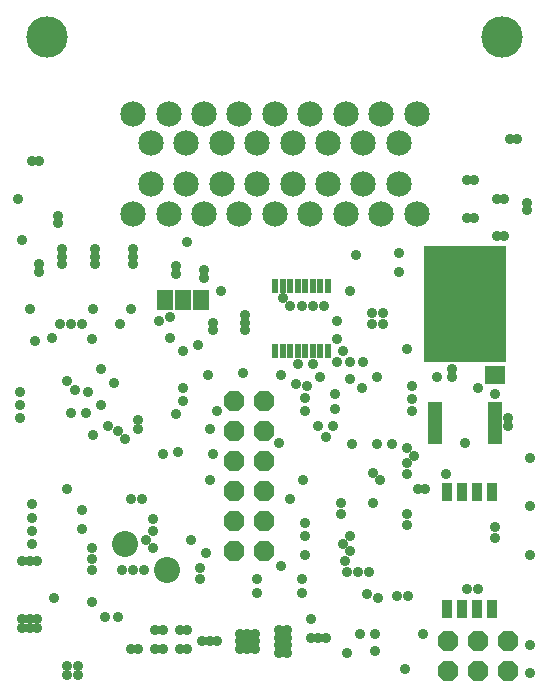
<source format=gbs>
G04 EAGLE Gerber RS-274X export*
G75*
%MOMM*%
%FSLAX34Y34*%
%LPD*%
%INSoldermask Bottom*%
%IPPOS*%
%AMOC8*
5,1,8,0,0,1.08239X$1,22.5*%
G01*
%ADD10R,1.203200X3.603200*%
%ADD11R,7.003200X9.803200*%
%ADD12R,1.703200X1.503200*%
%ADD13C,2.153200*%
%ADD14C,3.503200*%
%ADD15R,0.889000X1.549400*%
%ADD16R,1.371600X1.803400*%
%ADD17P,1.869504X8X22.500000*%
%ADD18R,0.603200X1.203200*%
%ADD19P,1.869504X8X292.500000*%
%ADD20C,2.203200*%
%ADD21C,0.914400*%


D10*
X411163Y222925D03*
X360363Y222925D03*
D11*
X385763Y323925D03*
D12*
X411163Y263550D03*
X411163Y282550D03*
D13*
X345000Y484925D03*
X315000Y484925D03*
X285000Y484925D03*
X255000Y484925D03*
X225000Y484925D03*
X195000Y484925D03*
X165000Y484925D03*
X135000Y484925D03*
X105000Y484925D03*
X330000Y459925D03*
X300000Y459925D03*
X270000Y459925D03*
X240000Y459925D03*
X210000Y459925D03*
X180000Y459925D03*
X150000Y459925D03*
X120000Y459925D03*
X330000Y424925D03*
X300000Y424925D03*
X270000Y424925D03*
X240000Y424925D03*
X210000Y424925D03*
X180000Y424925D03*
X150000Y424925D03*
X120000Y424925D03*
X345000Y399925D03*
X315000Y399925D03*
X285000Y399925D03*
X255000Y399925D03*
X225000Y399925D03*
X195000Y399925D03*
X165000Y399925D03*
X135000Y399925D03*
X105000Y399925D03*
D14*
X417500Y549925D03*
X32500Y549925D03*
D15*
X409050Y164138D03*
X370950Y164138D03*
X396350Y164138D03*
X383650Y164138D03*
X409050Y65713D03*
X370950Y65713D03*
X396350Y65713D03*
X383650Y65713D03*
D16*
X132398Y327025D03*
X147638Y327025D03*
X162878Y327025D03*
D17*
X371475Y12700D03*
X371475Y38100D03*
X396875Y12700D03*
X396875Y38100D03*
X422275Y12700D03*
X422275Y38100D03*
D18*
X269880Y283650D03*
X263530Y283650D03*
X257180Y283650D03*
X250830Y283650D03*
X244470Y283650D03*
X238120Y283650D03*
X231770Y283650D03*
X225420Y283650D03*
X225420Y338650D03*
X231770Y338650D03*
X238120Y338650D03*
X244470Y338650D03*
X250830Y338650D03*
X257180Y338650D03*
X263530Y338650D03*
X269880Y338650D03*
D19*
X190500Y241300D03*
X215900Y241300D03*
X190500Y215900D03*
X215900Y215900D03*
X190500Y190500D03*
X215900Y190500D03*
X190500Y165100D03*
X215900Y165100D03*
X190500Y139700D03*
X215900Y139700D03*
X190500Y114300D03*
X215900Y114300D03*
D20*
X98425Y120650D03*
X133350Y98425D03*
D21*
X77788Y268288D03*
X93663Y306388D03*
X142875Y198438D03*
X169863Y174625D03*
X58738Y17463D03*
X58738Y9525D03*
X49213Y9525D03*
X36513Y295275D03*
X41275Y392113D03*
X136525Y295275D03*
X9525Y249238D03*
X19050Y131763D03*
X19050Y120650D03*
X19050Y142875D03*
X19050Y153988D03*
X17463Y106363D03*
X11113Y106363D03*
X23813Y106363D03*
X38100Y74613D03*
X153988Y123825D03*
X296863Y44450D03*
X234950Y41275D03*
X307181Y315913D03*
X316706Y306388D03*
X200025Y301625D03*
X173038Y301625D03*
X104775Y357188D03*
X73025Y357188D03*
X44450Y363538D03*
X341313Y242888D03*
X290513Y204788D03*
X276225Y247650D03*
X374650Y268288D03*
X374650Y261938D03*
X44450Y357188D03*
X73025Y363538D03*
X104775Y363538D03*
X141288Y349250D03*
X173038Y307975D03*
X311150Y261938D03*
X441325Y152400D03*
X309563Y30163D03*
X334963Y14288D03*
X228600Y41275D03*
X228600Y34925D03*
X49213Y17463D03*
X238125Y158750D03*
X330200Y366713D03*
X165100Y346075D03*
X228600Y206375D03*
X411163Y134938D03*
X169863Y217488D03*
X147638Y241300D03*
X147638Y252413D03*
X41275Y398463D03*
X141288Y355600D03*
X165100Y352425D03*
X73025Y369888D03*
X104775Y369888D03*
X200025Y307975D03*
X200025Y314325D03*
X441325Y34925D03*
X387350Y82550D03*
X247650Y90488D03*
X247650Y79375D03*
X423863Y463550D03*
X430213Y463550D03*
X19050Y444500D03*
X25400Y444500D03*
X44450Y369888D03*
X412750Y381000D03*
X419100Y381000D03*
X280988Y146050D03*
X316706Y315913D03*
X307181Y306388D03*
X422275Y227013D03*
X422275Y220663D03*
X441325Y111125D03*
X166688Y112713D03*
X9525Y238125D03*
X9525Y227013D03*
X238125Y322263D03*
X257175Y273050D03*
X122238Y131763D03*
X122238Y117475D03*
X61913Y133350D03*
X234950Y47625D03*
X228600Y47625D03*
X234950Y34925D03*
X163513Y38100D03*
X169863Y38100D03*
X176213Y38100D03*
X103188Y31750D03*
X109538Y31750D03*
X293688Y365125D03*
X261938Y220663D03*
X250825Y138113D03*
X250825Y244475D03*
X228600Y28575D03*
X234950Y28575D03*
X255588Y57150D03*
X312738Y74613D03*
X123825Y31750D03*
X130175Y31750D03*
X144463Y31750D03*
X150813Y31750D03*
X123825Y47625D03*
X130175Y47625D03*
X144463Y47625D03*
X150813Y47625D03*
X161925Y90488D03*
X109538Y225425D03*
X52388Y231775D03*
X109538Y217488D03*
X298450Y252413D03*
X276225Y234950D03*
X201613Y31750D03*
X195263Y38100D03*
X195263Y31750D03*
X201613Y38100D03*
X207963Y38100D03*
X147638Y284163D03*
X250825Y233363D03*
X411163Y125413D03*
X441325Y193675D03*
X385763Y206375D03*
X396875Y82550D03*
X250825Y127000D03*
X309563Y44450D03*
X176213Y233363D03*
X136525Y312738D03*
X280988Y155575D03*
X350838Y44450D03*
X247650Y322263D03*
X231775Y328613D03*
X277813Y274638D03*
X285750Y28575D03*
X441325Y11113D03*
X387350Y396875D03*
X393700Y396875D03*
X195263Y44450D03*
X201613Y44450D03*
X207963Y44450D03*
X207963Y31750D03*
X122238Y141288D03*
X115888Y123825D03*
X92075Y58738D03*
X80963Y58738D03*
X161925Y100013D03*
X69850Y293688D03*
X69850Y71438D03*
X66675Y249238D03*
X52388Y306388D03*
X61913Y306388D03*
X49213Y258763D03*
X22225Y292100D03*
X95250Y98425D03*
X71438Y212725D03*
X303213Y77788D03*
X341313Y233363D03*
X11113Y377825D03*
X65088Y231775D03*
X55563Y250825D03*
X77788Y238125D03*
X17463Y319088D03*
X98425Y209550D03*
X92075Y215900D03*
X130175Y196850D03*
X84138Y220663D03*
X49213Y166688D03*
X88900Y257175D03*
X69850Y117475D03*
X69850Y98425D03*
X328613Y76200D03*
X336550Y285750D03*
X336550Y188913D03*
X341313Y254000D03*
X342900Y195263D03*
X230188Y101600D03*
X311150Y204788D03*
X141288Y230188D03*
X242888Y255588D03*
X69850Y107950D03*
X336550Y201613D03*
X173038Y196850D03*
X323850Y204788D03*
X304800Y96838D03*
X250825Y111125D03*
X249238Y174625D03*
X252413Y254000D03*
X168275Y263525D03*
X282575Y284163D03*
X263525Y261938D03*
X268288Y211138D03*
X42863Y306388D03*
X288925Y127000D03*
X71438Y319088D03*
X282575Y120650D03*
X25400Y357188D03*
X25400Y350838D03*
X438150Y403225D03*
X438150Y409575D03*
X257175Y322263D03*
X266700Y322263D03*
X288925Y334963D03*
X330200Y350838D03*
X361950Y261938D03*
X396875Y252413D03*
X160338Y288925D03*
X285750Y96838D03*
X230188Y263525D03*
X295275Y96838D03*
X198438Y265113D03*
X307975Y155575D03*
X103188Y319088D03*
X288925Y114300D03*
X127000Y309563D03*
X284163Y106363D03*
X277813Y293688D03*
X288925Y274638D03*
X300038Y274638D03*
X314325Y174625D03*
X244475Y273050D03*
X288925Y260350D03*
X307975Y180975D03*
X150813Y376238D03*
X338138Y76200D03*
X7938Y412750D03*
X369888Y179388D03*
X336550Y179388D03*
X112713Y158750D03*
X209550Y79375D03*
X103188Y158750D03*
X209550Y90488D03*
X23813Y49213D03*
X17463Y49213D03*
X11113Y49213D03*
X11113Y57150D03*
X17463Y57150D03*
X23813Y57150D03*
X179388Y334963D03*
X277813Y309563D03*
X387350Y428625D03*
X393700Y428625D03*
X411163Y247650D03*
X336550Y136525D03*
X336550Y146050D03*
X412750Y412750D03*
X419100Y412750D03*
X61913Y149225D03*
X274638Y220663D03*
X346075Y166688D03*
X255588Y41275D03*
X261938Y41275D03*
X268288Y41275D03*
X352425Y166688D03*
X104775Y98425D03*
X114300Y98425D03*
M02*

</source>
